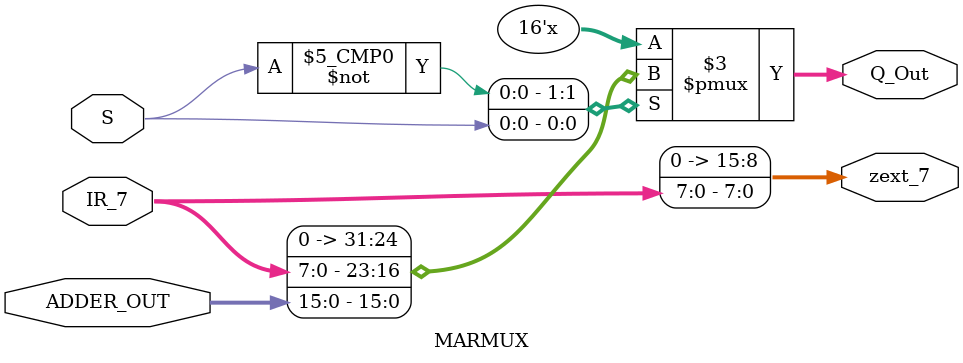
<source format=sv>

module MARMUX(
						input	logic			S, //2-bit select 
						input	logic			[7:0]	IR_7, //PC+1
						input logic			[15:0]   ADDER_OUT, //BUS
						output logic			[15:0]   zext_7,
						output logic   [15:0] 	Q_Out);
						
										
always_comb
begin
	
		zext_7 = { {8{1'b0}}, IR_7};
	
end


						
	always_comb
		begin
		unique case(S) //if S is ____, then Q_Out will = some In value 
				
						1'b0	:	Q_Out <= zext_7;
						1'b1	:	Q_Out <= ADDER_OUT;
				endcase
			
		end

endmodule

</source>
